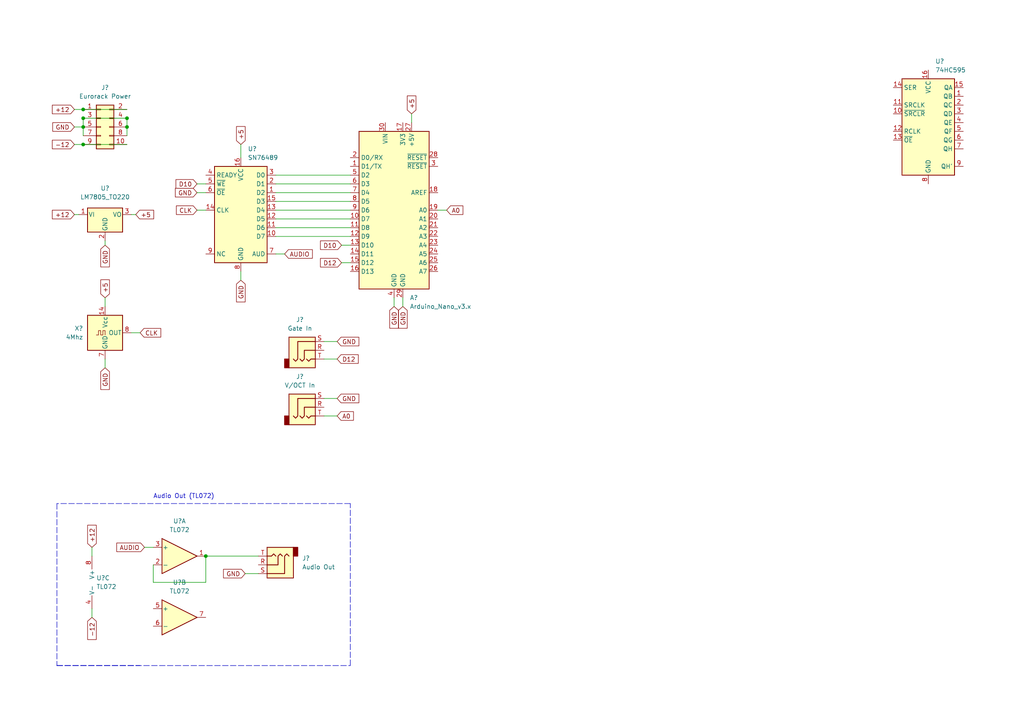
<source format=kicad_sch>
(kicad_sch (version 20211123) (generator eeschema)
  (paper "A4")
  (lib_symbols
    (symbol "74xx:74HC595"
      (property "Reference" "U" (at -7.62 13.97 0))
      (property "Value" "74HC595" (at -7.62 -16.51 0))
      (symbol "74HC595_1_0"
        (pin tri_state line (at 10.16 7.62 180) (length 2.54) (name "QB") (number "1"))
        (pin input line (at -10.16 2.54 0) (length 2.54) (name "~{SRCLR}") (number "10"))
        (pin input line (at -10.16 5.08 0) (length 2.54) (name "SRCLK") (number "11"))
        (pin input line (at -10.16 -2.54 0) (length 2.54) (name "RCLK") (number "12"))
        (pin input line (at -10.16 -5.08 0) (length 2.54) (name "~{OE}") (number "13"))
        (pin input line (at -10.16 10.16 0) (length 2.54) (name "SER") (number "14"))
        (pin tri_state line (at 10.16 10.16 180) (length 2.54) (name "QA") (number "15"))
        (pin power_in line (at 0 15.24 270) (length 2.54) (name "VCC") (number "16"))
        (pin tri_state line (at 10.16 5.08 180) (length 2.54) (name "QC") (number "2"))
        (pin tri_state line (at 10.16 2.54 180) (length 2.54) (name "QD") (number "3"))
        (pin tri_state line (at 10.16 0 180) (length 2.54) (name "QE") (number "4"))
        (pin tri_state line (at 10.16 -2.54 180) (length 2.54) (name "QF") (number "5"))
        (pin tri_state line (at 10.16 -5.08 180) (length 2.54) (name "QG") (number "6"))
        (pin tri_state line (at 10.16 -7.62 180) (length 2.54) (name "QH") (number "7"))
        (pin power_in line (at 0 -17.78 90) (length 2.54) (name "GND") (number "8"))
        (pin output line (at 10.16 -12.7 180) (length 2.54) (name "QH'") (number "9"))
      )
      (symbol "74HC595_1_1"
        (rectangle (start -7.62 12.7) (end 7.62 -15.24) (stroke (width 0.254)) (fill (type background)))
      )
    )
    (symbol "Amplifier_Operational:TL072" (pin_names (offset 0.127))
      (property "Reference" "U" (at 0 5.08 0))
      (property "Value" "TL072" (at 0 -5.08 0))
      (symbol "TL072_1_1"
        (polyline (pts (xy -5.08 5.08) (xy 5.08 0) (xy -5.08 -5.08) (xy -5.08 5.08)) (stroke (width 0.254)) (fill (type background)))
        (pin output line (at 7.62 0 180) (length 2.54) (name "~") (number "1"))
        (pin input line (at -7.62 -2.54 0) (length 2.54) (name "-") (number "2"))
        (pin input line (at -7.62 2.54 0) (length 2.54) (name "+") (number "3"))
      )
      (symbol "TL072_2_1"
        (polyline (pts (xy -5.08 5.08) (xy 5.08 0) (xy -5.08 -5.08) (xy -5.08 5.08)) (stroke (width 0.254)) (fill (type background)))
        (pin input line (at -7.62 2.54 0) (length 2.54) (name "+") (number "5"))
        (pin input line (at -7.62 -2.54 0) (length 2.54) (name "-") (number "6"))
        (pin output line (at 7.62 0 180) (length 2.54) (name "~") (number "7"))
      )
      (symbol "TL072_3_1"
        (pin power_in line (at -2.54 -7.62 90) (length 3.81) (name "V-") (number "4"))
        (pin power_in line (at -2.54 7.62 270) (length 3.81) (name "V+") (number "8"))
      )
    )
    (symbol "Connector:AudioJack3"
      (property "Reference" "J" (at 0 8.89 0))
      (property "Value" "AudioJack3" (at 0 6.35 0))
      (symbol "AudioJack3_0_1"
        (rectangle (start -5.08 -5.08) (end -6.35 -2.54) (stroke (width 0.254)) (fill (type outline)))
        (polyline (pts (xy 0 -2.54) (xy 0.635 -3.175) (xy 1.27 -2.54) (xy 2.54 -2.54)) (stroke (width 0.254)))
        (polyline (pts (xy -1.905 -2.54) (xy -1.27 -3.175) (xy -0.635 -2.54) (xy -0.635 0) (xy 2.54 0)) (stroke (width 0.254)))
        (polyline (pts (xy 2.54 2.54) (xy -2.54 2.54) (xy -2.54 -2.54) (xy -3.175 -3.175) (xy -3.81 -2.54)) (stroke (width 0.254)))
        (rectangle (start 2.54 3.81) (end -5.08 -5.08) (stroke (width 0.254)) (fill (type background)))
      )
      (symbol "AudioJack3_1_1"
        (pin passive line (at 5.08 0 180) (length 2.54) (name "~") (number "R"))
        (pin passive line (at 5.08 2.54 180) (length 2.54) (name "~") (number "S"))
        (pin passive line (at 5.08 -2.54 180) (length 2.54) (name "~") (number "T"))
      )
    )
    (symbol "Connector_Generic:Conn_02x05_Odd_Even" (pin_names (offset 1.016) hide)
      (property "Reference" "J" (at 1.27 7.62 0))
      (property "Value" "Conn_02x05_Odd_Even" (at 1.27 -7.62 0))
      (symbol "Conn_02x05_Odd_Even_1_1"
        (rectangle (start -1.27 -4.953) (end 0 -5.207) (stroke (width 0.1524)))
        (rectangle (start -1.27 -2.413) (end 0 -2.667) (stroke (width 0.1524)))
        (rectangle (start -1.27 0.127) (end 0 -0.127) (stroke (width 0.1524)))
        (rectangle (start -1.27 2.667) (end 0 2.413) (stroke (width 0.1524)))
        (rectangle (start -1.27 5.207) (end 0 4.953) (stroke (width 0.1524)))
        (rectangle (start -1.27 6.35) (end 3.81 -6.35) (stroke (width 0.254)) (fill (type background)))
        (rectangle (start 3.81 -4.953) (end 2.54 -5.207) (stroke (width 0.1524)))
        (rectangle (start 3.81 -2.413) (end 2.54 -2.667) (stroke (width 0.1524)))
        (rectangle (start 3.81 0.127) (end 2.54 -0.127) (stroke (width 0.1524)))
        (rectangle (start 3.81 2.667) (end 2.54 2.413) (stroke (width 0.1524)))
        (rectangle (start 3.81 5.207) (end 2.54 4.953) (stroke (width 0.1524)))
        (pin passive line (at -5.08 5.08 0) (length 3.81) (name "Pin_1") (number "1"))
        (pin passive line (at 7.62 -5.08 180) (length 3.81) (name "Pin_10") (number "10"))
        (pin passive line (at 7.62 5.08 180) (length 3.81) (name "Pin_2") (number "2"))
        (pin passive line (at -5.08 2.54 0) (length 3.81) (name "Pin_3") (number "3"))
        (pin passive line (at 7.62 2.54 180) (length 3.81) (name "Pin_4") (number "4"))
        (pin passive line (at -5.08 0 0) (length 3.81) (name "Pin_5") (number "5"))
        (pin passive line (at 7.62 0 180) (length 3.81) (name "Pin_6") (number "6"))
        (pin passive line (at -5.08 -2.54 0) (length 3.81) (name "Pin_7") (number "7"))
        (pin passive line (at 7.62 -2.54 180) (length 3.81) (name "Pin_8") (number "8"))
        (pin passive line (at -5.08 -5.08 0) (length 3.81) (name "Pin_9") (number "9"))
      )
    )
    (symbol "MCU_Module:Arduino_Nano_v3.x"
      (property "Reference" "A" (at -10.16 23.495 0))
      (property "Value" "Arduino_Nano_v3.x" (at 5.08 -24.13 0))
      (symbol "Arduino_Nano_v3.x_0_1"
        (rectangle (start -10.16 22.86) (end 10.16 -22.86) (stroke (width 0.254)) (fill (type background)))
      )
      (symbol "Arduino_Nano_v3.x_1_1"
        (pin bidirectional line (at -12.7 12.7 0) (length 2.54) (name "D1/TX") (number "1"))
        (pin bidirectional line (at -12.7 -2.54 0) (length 2.54) (name "D7") (number "10"))
        (pin bidirectional line (at -12.7 -5.08 0) (length 2.54) (name "D8") (number "11"))
        (pin bidirectional line (at -12.7 -7.62 0) (length 2.54) (name "D9") (number "12"))
        (pin bidirectional line (at -12.7 -10.16 0) (length 2.54) (name "D10") (number "13"))
        (pin bidirectional line (at -12.7 -12.7 0) (length 2.54) (name "D11") (number "14"))
        (pin bidirectional line (at -12.7 -15.24 0) (length 2.54) (name "D12") (number "15"))
        (pin bidirectional line (at -12.7 -17.78 0) (length 2.54) (name "D13") (number "16"))
        (pin power_out line (at 2.54 25.4 270) (length 2.54) (name "3V3") (number "17"))
        (pin input line (at 12.7 5.08 180) (length 2.54) (name "AREF") (number "18"))
        (pin bidirectional line (at 12.7 0 180) (length 2.54) (name "A0") (number "19"))
        (pin bidirectional line (at -12.7 15.24 0) (length 2.54) (name "D0/RX") (number "2"))
        (pin bidirectional line (at 12.7 -2.54 180) (length 2.54) (name "A1") (number "20"))
        (pin bidirectional line (at 12.7 -5.08 180) (length 2.54) (name "A2") (number "21"))
        (pin bidirectional line (at 12.7 -7.62 180) (length 2.54) (name "A3") (number "22"))
        (pin bidirectional line (at 12.7 -10.16 180) (length 2.54) (name "A4") (number "23"))
        (pin bidirectional line (at 12.7 -12.7 180) (length 2.54) (name "A5") (number "24"))
        (pin bidirectional line (at 12.7 -15.24 180) (length 2.54) (name "A6") (number "25"))
        (pin bidirectional line (at 12.7 -17.78 180) (length 2.54) (name "A7") (number "26"))
        (pin power_out line (at 5.08 25.4 270) (length 2.54) (name "+5V") (number "27"))
        (pin input line (at 12.7 15.24 180) (length 2.54) (name "~{RESET}") (number "28"))
        (pin power_in line (at 2.54 -25.4 90) (length 2.54) (name "GND") (number "29"))
        (pin input line (at 12.7 12.7 180) (length 2.54) (name "~{RESET}") (number "3"))
        (pin power_in line (at -2.54 25.4 270) (length 2.54) (name "VIN") (number "30"))
        (pin power_in line (at 0 -25.4 90) (length 2.54) (name "GND") (number "4"))
        (pin bidirectional line (at -12.7 10.16 0) (length 2.54) (name "D2") (number "5"))
        (pin bidirectional line (at -12.7 7.62 0) (length 2.54) (name "D3") (number "6"))
        (pin bidirectional line (at -12.7 5.08 0) (length 2.54) (name "D4") (number "7"))
        (pin bidirectional line (at -12.7 2.54 0) (length 2.54) (name "D5") (number "8"))
        (pin bidirectional line (at -12.7 0 0) (length 2.54) (name "D6") (number "9"))
      )
    )
    (symbol "Oscillator:ACO-xxxMHz" (pin_names (offset 0.254))
      (property "Reference" "X" (at -5.08 6.35 0))
      (property "Value" "ACO-xxxMHz" (at 1.27 -6.35 0))
      (symbol "ACO-xxxMHz_0_1"
        (rectangle (start -5.08 5.08) (end 5.08 -5.08) (stroke (width 0.254)) (fill (type background)))
        (polyline (pts (xy -2.54 -0.635) (xy -1.905 -0.635) (xy -1.905 0.635) (xy -1.27 0.635) (xy -1.27 -0.635) (xy -0.635 -0.635) (xy -0.635 0.635) (xy 0 0.635) (xy 0 -0.635)))
      )
      (symbol "ACO-xxxMHz_1_1"
        (pin no_connect line (at -7.62 0 0) (length 2.54) hide (name "NC") (number "1"))
        (pin power_in line (at 0 7.62 270) (length 2.54) (name "Vcc") (number "14"))
        (pin power_in line (at 0 -7.62 90) (length 2.54) (name "GND") (number "7"))
        (pin output line (at 7.62 0 180) (length 2.54) (name "OUT") (number "8"))
      )
    )
    (symbol "Regulator_Linear:LM7805_TO220" (pin_names (offset 0.254))
      (property "Reference" "U" (at -3.81 3.175 0))
      (property "Value" "LM7805_TO220" (at 0 3.175 0))
      (symbol "LM7805_TO220_0_1"
        (rectangle (start -5.08 1.905) (end 5.08 -5.08) (stroke (width 0.254)) (fill (type background)))
      )
      (symbol "LM7805_TO220_1_1"
        (pin power_in line (at -7.62 0 0) (length 2.54) (name "VI") (number "1"))
        (pin power_in line (at 0 -7.62 90) (length 2.54) (name "GND") (number "2"))
        (pin power_out line (at 7.62 0 180) (length 2.54) (name "VO") (number "3"))
      )
    )
    (symbol "zoul0813:SN76489"
      (property "Reference" "U" (at 1.27 -1.27 90))
      (property "Value" "SN76489" (at -1.27 -1.27 90))
      (symbol "SN76489_1_0"
        (pin input line (at 10.16 5.08 180) (length 2.54) (name "D2") (number "1"))
        (pin input line (at 10.16 -7.62 180) (length 2.54) (name "D7") (number "10"))
        (pin input line (at 10.16 -5.08 180) (length 2.54) (name "D6") (number "11"))
        (pin input line (at 10.16 -2.54 180) (length 2.54) (name "D5") (number "12"))
        (pin input line (at 10.16 0 180) (length 2.54) (name "D4") (number "13"))
        (pin input line (at -10.16 0 0) (length 2.54) (name "CLK") (number "14"))
        (pin input line (at 10.16 2.54 180) (length 2.54) (name "D3") (number "15"))
        (pin power_in line (at 0 15.24 270) (length 2.54) (name "VCC") (number "16"))
        (pin input line (at 10.16 7.62 180) (length 2.54) (name "D1") (number "2"))
        (pin input line (at 10.16 10.16 180) (length 2.54) (name "D0") (number "3"))
        (pin input line (at -10.16 10.16 0) (length 2.54) (name "READY") (number "4"))
        (pin input line (at -10.16 7.62 0) (length 2.54) (name "~{WE}") (number "5"))
        (pin input line (at -10.16 5.08 0) (length 2.54) (name "~{OE}") (number "6"))
        (pin output line (at 10.16 -12.7 180) (length 2.54) (name "AUD") (number "7"))
        (pin power_in line (at 0 -17.78 90) (length 2.54) (name "GND") (number "8"))
        (pin input line (at -10.16 -12.7 0) (length 2.54) (name "NC") (number "9"))
      )
      (symbol "SN76489_1_1"
        (rectangle (start -7.62 12.7) (end 7.62 -15.24) (stroke (width 0.254)) (fill (type background)))
      )
    )
  )
  (junction (at 36.83 34.29))
  (junction (at 59.69 161.29))
  (junction (at 36.83 36.83))
  (junction (at 24.13 31.75))
  (junction (at 24.13 34.29))
  (junction (at 24.13 36.83))
  (junction (at 24.13 41.91))
  (wire (pts (xy 80.01 60.96) (xy 101.6 60.96)))
  (wire (pts (xy 57.15 53.34) (xy 59.69 53.34)))
  (wire (pts (xy 80.01 63.5) (xy 101.6 63.5)))
  (wire (pts (xy 71.12 166.37) (xy 74.93 166.37)))
  (wire (pts (xy 80.01 58.42) (xy 101.6 58.42)))
  (wire (pts (xy 30.48 86.36) (xy 30.48 88.9)))
  (polyline (pts (xy 101.6 146.05) (xy 16.51 146.05)))
  (wire (pts (xy 57.15 55.88) (xy 59.69 55.88)))
  (polyline (pts (xy 101.6 193.04) (xy 101.6 146.05)))
  (wire (pts (xy 59.69 161.29) (xy 59.69 168.91)))
  (wire (pts (xy 24.13 34.29) (xy 24.13 36.83)))
  (wire (pts (xy 41.91 158.75) (xy 44.45 158.75)))
  (wire (pts (xy 21.59 41.91) (xy 24.13 41.91)))
  (wire (pts (xy 21.59 36.83) (xy 24.13 36.83)))
  (wire (pts (xy 30.48 71.12) (xy 30.48 69.85)))
  (wire (pts (xy 59.69 161.29) (xy 74.93 161.29)))
  (wire (pts (xy 93.98 104.14) (xy 97.79 104.14)))
  (wire (pts (xy 80.01 55.88) (xy 101.6 55.88)))
  (wire (pts (xy 93.98 120.65) (xy 97.79 120.65)))
  (wire (pts (xy 21.59 62.23) (xy 22.86 62.23)))
  (wire (pts (xy 36.83 36.83) (xy 36.83 39.37)))
  (wire (pts (xy 30.48 104.14) (xy 30.48 106.68)))
  (wire (pts (xy 24.13 41.91) (xy 36.83 41.91)))
  (wire (pts (xy 36.83 34.29) (xy 36.83 36.83)))
  (wire (pts (xy 21.59 31.75) (xy 24.13 31.75)))
  (wire (pts (xy 69.85 41.91) (xy 69.85 45.72)))
  (wire (pts (xy 99.06 76.2) (xy 101.6 76.2)))
  (wire (pts (xy 114.3 86.36) (xy 114.3 88.9)))
  (wire (pts (xy 99.06 71.12) (xy 101.6 71.12)))
  (wire (pts (xy 38.1 62.23) (xy 39.37 62.23)))
  (wire (pts (xy 24.13 34.29) (xy 36.83 34.29)))
  (polyline (pts (xy 16.51 146.05) (xy 16.51 193.04)))
  (wire (pts (xy 26.67 158.75) (xy 26.67 161.29)))
  (wire (pts (xy 38.1 96.52) (xy 40.64 96.52)))
  (wire (pts (xy 116.84 86.36) (xy 116.84 88.9)))
  (wire (pts (xy 80.01 50.8) (xy 101.6 50.8)))
  (wire (pts (xy 44.45 163.83) (xy 44.45 168.91)))
  (wire (pts (xy 119.38 33.02) (xy 119.38 35.56)))
  (wire (pts (xy 80.01 66.04) (xy 101.6 66.04)))
  (wire (pts (xy 26.67 176.53) (xy 26.67 179.07)))
  (wire (pts (xy 80.01 68.58) (xy 101.6 68.58)))
  (polyline (pts (xy 16.51 193.04) (xy 40.64 193.04)))
  (wire (pts (xy 44.45 168.91) (xy 59.69 168.91)))
  (wire (pts (xy 57.15 60.96) (xy 59.69 60.96)))
  (wire (pts (xy 127 60.96) (xy 129.54 60.96)))
  (polyline (pts (xy 16.51 193.04) (xy 101.6 193.04)))
  (wire (pts (xy 24.13 36.83) (xy 24.13 39.37)))
  (wire (pts (xy 93.98 99.06) (xy 97.79 99.06)))
  (wire (pts (xy 80.01 53.34) (xy 101.6 53.34)))
  (wire (pts (xy 69.85 78.74) (xy 69.85 81.28)))
  (wire (pts (xy 24.13 31.75) (xy 36.83 31.75)))
  (wire (pts (xy 80.01 73.66) (xy 82.55 73.66)))
  (wire (pts (xy 93.98 115.57) (xy 97.79 115.57)))
  (text "Audio Out (TL072)" (at 62.23 144.78 180) (effects (font (size 1.27 1.27)) (justify right bottom)))
  (global_label "A0" (shape input) (at 129.54 60.96 0) (property "Intersheet References" "${INTERSHEET_REFS}" (effects hide)))
  (global_label "D10" (shape input) (at 99.06 71.12 180) (property "Intersheet References" "${INTERSHEET_REFS}" (effects hide)))
  (global_label "GND" (shape input) (at 114.3 88.9 270) (property "Intersheet References" "${INTERSHEET_REFS}" (effects hide)))
  (global_label "GND" (shape input) (at 97.79 99.06 0) (property "Intersheet References" "${INTERSHEET_REFS}" (effects hide)))
  (global_label "+5" (shape input) (at 69.85 41.91 90) (property "Intersheet References" "${INTERSHEET_REFS}" (effects hide)))
  (global_label "-12" (shape input) (at 21.59 41.91 180) (property "Intersheet References" "${INTERSHEET_REFS}" (effects hide)))
  (global_label "D12" (shape input) (at 97.79 104.14 0) (property "Intersheet References" "${INTERSHEET_REFS}" (effects hide)))
  (global_label "GND" (shape input) (at 97.79 115.57 0) (property "Intersheet References" "${INTERSHEET_REFS}" (effects hide)))
  (global_label "CLK" (shape input) (at 40.64 96.52 0) (property "Intersheet References" "${INTERSHEET_REFS}" (effects hide)))
  (global_label "GND" (shape input) (at 21.59 36.83 180) (property "Intersheet References" "${INTERSHEET_REFS}" (effects hide)))
  (global_label "GND" (shape input) (at 71.12 166.37 180) (property "Intersheet References" "${INTERSHEET_REFS}" (effects hide)))
  (global_label "GND" (shape input) (at 116.84 88.9 270) (property "Intersheet References" "${INTERSHEET_REFS}" (effects hide)))
  (global_label "GND" (shape input) (at 69.85 81.28 270) (property "Intersheet References" "${INTERSHEET_REFS}" (effects hide)))
  (global_label "+5" (shape input) (at 30.48 86.36 90) (property "Intersheet References" "${INTERSHEET_REFS}" (effects hide)))
  (global_label "GND" (shape input) (at 30.48 71.12 270) (property "Intersheet References" "${INTERSHEET_REFS}" (effects hide)))
  (global_label "AUDIO" (shape input) (at 41.91 158.75 180) (property "Intersheet References" "${INTERSHEET_REFS}" (effects hide)))
  (global_label "+5" (shape input) (at 39.37 62.23 0) (property "Intersheet References" "${INTERSHEET_REFS}" (effects hide)))
  (global_label "D10" (shape input) (at 57.15 53.34 180) (property "Intersheet References" "${INTERSHEET_REFS}" (effects hide)))
  (global_label "AUDIO" (shape input) (at 82.55 73.66 0) (property "Intersheet References" "${INTERSHEET_REFS}" (effects hide)))
  (global_label "GND" (shape input) (at 30.48 106.68 270) (property "Intersheet References" "${INTERSHEET_REFS}" (effects hide)))
  (global_label "+5" (shape input) (at 119.38 33.02 90) (property "Intersheet References" "${INTERSHEET_REFS}" (effects hide)))
  (global_label "D12" (shape input) (at 99.06 76.2 180) (property "Intersheet References" "${INTERSHEET_REFS}" (effects hide)))
  (global_label "-12" (shape input) (at 26.67 179.07 270) (property "Intersheet References" "${INTERSHEET_REFS}" (effects hide)))
  (global_label "GND" (shape input) (at 57.15 55.88 180) (property "Intersheet References" "${INTERSHEET_REFS}" (effects hide)))
  (global_label "+12" (shape input) (at 26.67 158.75 90) (property "Intersheet References" "${INTERSHEET_REFS}" (effects hide)))
  (global_label "A0" (shape input) (at 97.79 120.65 0) (property "Intersheet References" "${INTERSHEET_REFS}" (effects hide)))
  (global_label "CLK" (shape input) (at 57.15 60.96 180) (property "Intersheet References" "${INTERSHEET_REFS}" (effects hide)))
  (global_label "+12" (shape input) (at 21.59 31.75 180) (property "Intersheet References" "${INTERSHEET_REFS}" (effects hide)))
  (global_label "+12" (shape input) (at 21.59 62.23 180) (property "Intersheet References" "${INTERSHEET_REFS}" (effects hide)))
  (symbol (lib_id "Amplifier_Operational:TL072") (at 52.07 179.07 0) (unit 2)
    (property "Reference" "U?" (at 52.07 168.91 0))
    (property "Value" "TL072" (at 52.07 171.45 0))
    (property "Datasheet" "http://www.ti.com/lit/ds/symlink/tl071.pdf" (effects hide))
  )
  (symbol (lib_id "Connector:AudioJack3") (at 88.9 101.6 0) (unit 1)
    (property "Reference" "J?" (at 86.995 92.71 0))
    (property "Value" "Gate In" (at 86.995 95.25 0))
    (property "Footprint" "Norlin's Library:Jack_3.5mm_Nine_to_Nine_Vertical" (effects hide))
  )
  (symbol (lib_id "74xx:74HC595") (at 269.24 35.56 0) (unit 1)
    (property "Reference" "U?" (at 271.2594 17.78 0) (effects (justify left)))
    (property "Value" "74HC595" (at 271.2594 20.32 0) (effects (justify left)))
    (property "Datasheet" "http://www.ti.com/lit/ds/symlink/sn74hc595.pdf" (effects hide))
  )
  (symbol (lib_id "Regulator_Linear:LM7805_TO220") (at 30.48 62.23 0) (unit 1)
    (property "Reference" "U?" (at 30.48 54.61 0))
    (property "Value" "LM7805_TO220" (at 30.48 57.15 0))
    (property "Footprint" "Package_TO_SOT_THT:TO-220-3_Vertical" (effects hide))
    (property "Datasheet" "https://www.onsemi.cn/PowerSolutions/document/MC7800-D.PDF" (effects hide))
  )
  (symbol (lib_id "MCU_Module:Arduino_Nano_v3.x") (at 114.3 60.96 0) (unit 1)
    (property "Reference" "A?" (at 118.8594 86.36 0) (effects (justify left)))
    (property "Value" "Arduino_Nano_v3.x" (at 118.8594 88.9 0) (effects (justify left)))
    (property "Footprint" "Module:Arduino_Nano" (effects hide))
    (property "Datasheet" "http://www.mouser.com/pdfdocs/Gravitech_Arduino_Nano3_0.pdf" (effects hide))
  )
  (symbol (lib_id "Connector_Generic:Conn_02x05_Odd_Even") (at 29.21 36.83 0) (unit 1)
    (property "Reference" "J?" (at 30.48 25.4 0))
    (property "Value" "Eurorack Power" (at 30.48 27.94 0))
  )
  (symbol (lib_id "Amplifier_Operational:TL072") (at 29.21 168.91 0) (unit 3)
    (property "Reference" "U?" (at 27.94 167.6399 0) (effects (justify left)))
    (property "Value" "TL072" (at 27.94 170.1799 0) (effects (justify left)))
    (property "Datasheet" "http://www.ti.com/lit/ds/symlink/tl071.pdf" (effects hide))
  )
  (symbol (lib_id "Oscillator:ACO-xxxMHz") (at 30.48 96.52 0) (unit 1)
    (property "Reference" "X?" (at 24.13 95.2499 0) (effects (justify right)))
    (property "Value" "4Mhz" (at 24.13 97.7899 0) (effects (justify right)))
    (property "Footprint" "Oscillator:Oscillator_DIP-14" (effects hide))
    (property "Datasheet" "http://www.conwin.com/datasheets/cx/cx030.pdf" (effects hide))
  )
  (symbol (lib_id "Amplifier_Operational:TL072") (at 52.07 161.29 0) (unit 1)
    (property "Reference" "U?" (at 52.07 151.13 0))
    (property "Value" "TL072" (at 52.07 153.67 0))
    (property "Datasheet" "http://www.ti.com/lit/ds/symlink/tl071.pdf" (effects hide))
  )
  (symbol (lib_id "Connector:AudioJack3") (at 80.01 163.83 180) (unit 1)
    (property "Reference" "J?" (at 87.63 161.9249 0) (effects (justify right)))
    (property "Value" "Audio Out" (at 87.63 164.4649 0) (effects (justify right)))
    (property "Footprint" "Norlin's Library:Jack_3.5mm_Nine_to_Nine_Vertical" (effects hide))
  )
  (symbol (lib_id "Connector:AudioJack3") (at 88.9 118.11 0) (unit 1)
    (property "Reference" "J?" (at 86.995 109.22 0))
    (property "Value" "V/OCT In" (at 86.995 111.76 0))
    (property "Footprint" "Norlin's Library:Jack_3.5mm_Nine_to_Nine_Vertical" (effects hide))
  )
  (symbol (lib_id "zoul0813:SN76489") (at 69.85 60.96 0) (unit 1)
    (property "Reference" "U?" (at 71.8694 43.18 0) (effects (justify left)))
    (property "Value" "SN76489" (at 71.8694 45.72 0) (effects (justify left)))
  )
)
</source>
